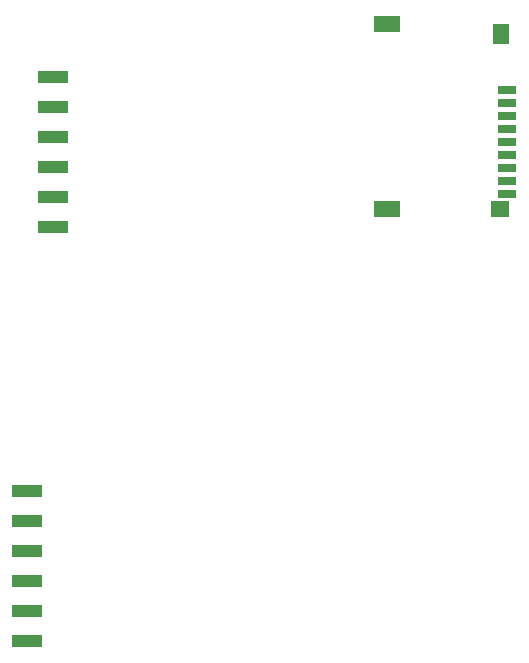
<source format=gbr>
G04 #@! TF.GenerationSoftware,KiCad,Pcbnew,(5.1.6)-1*
G04 #@! TF.CreationDate,2021-01-22T22:35:21+07:00*
G04 #@! TF.ProjectId,penelize-esp-led-strip,70656e65-6c69-47a6-952d-6573702d6c65,rev?*
G04 #@! TF.SameCoordinates,Original*
G04 #@! TF.FileFunction,Paste,Bot*
G04 #@! TF.FilePolarity,Positive*
%FSLAX46Y46*%
G04 Gerber Fmt 4.6, Leading zero omitted, Abs format (unit mm)*
G04 Created by KiCad (PCBNEW (5.1.6)-1) date 2021-01-22 22:35:21*
%MOMM*%
%LPD*%
G01*
G04 APERTURE LIST*
%ADD10R,2.500000X1.000000*%
%ADD11R,1.600000X0.700000*%
%ADD12R,1.600000X1.400000*%
%ADD13R,2.200000X1.400000*%
%ADD14R,1.400000X1.800000*%
G04 APERTURE END LIST*
D10*
G04 #@! TO.C,J1*
X97000000Y-95650000D03*
X97000000Y-98190000D03*
X97000000Y-100730000D03*
X97000000Y-103270000D03*
X97000000Y-105810000D03*
X97000000Y-108350000D03*
G04 #@! TD*
D11*
G04 #@! TO.C,J4*
X137591520Y-61667080D03*
X137591520Y-62767080D03*
X137591520Y-63867080D03*
X137591520Y-64967080D03*
X137591520Y-66067080D03*
X137591520Y-67167080D03*
X137591520Y-68267080D03*
X137591520Y-69367080D03*
X137591520Y-70467080D03*
D12*
X136991520Y-71767080D03*
D13*
X127491520Y-71767080D03*
D14*
X137091520Y-56967080D03*
D13*
X127491520Y-56067080D03*
G04 #@! TD*
D10*
G04 #@! TO.C,J2*
X99133880Y-60559640D03*
X99133880Y-63099640D03*
X99133880Y-65639640D03*
X99133880Y-68179640D03*
X99133880Y-70719640D03*
X99133880Y-73259640D03*
G04 #@! TD*
M02*

</source>
